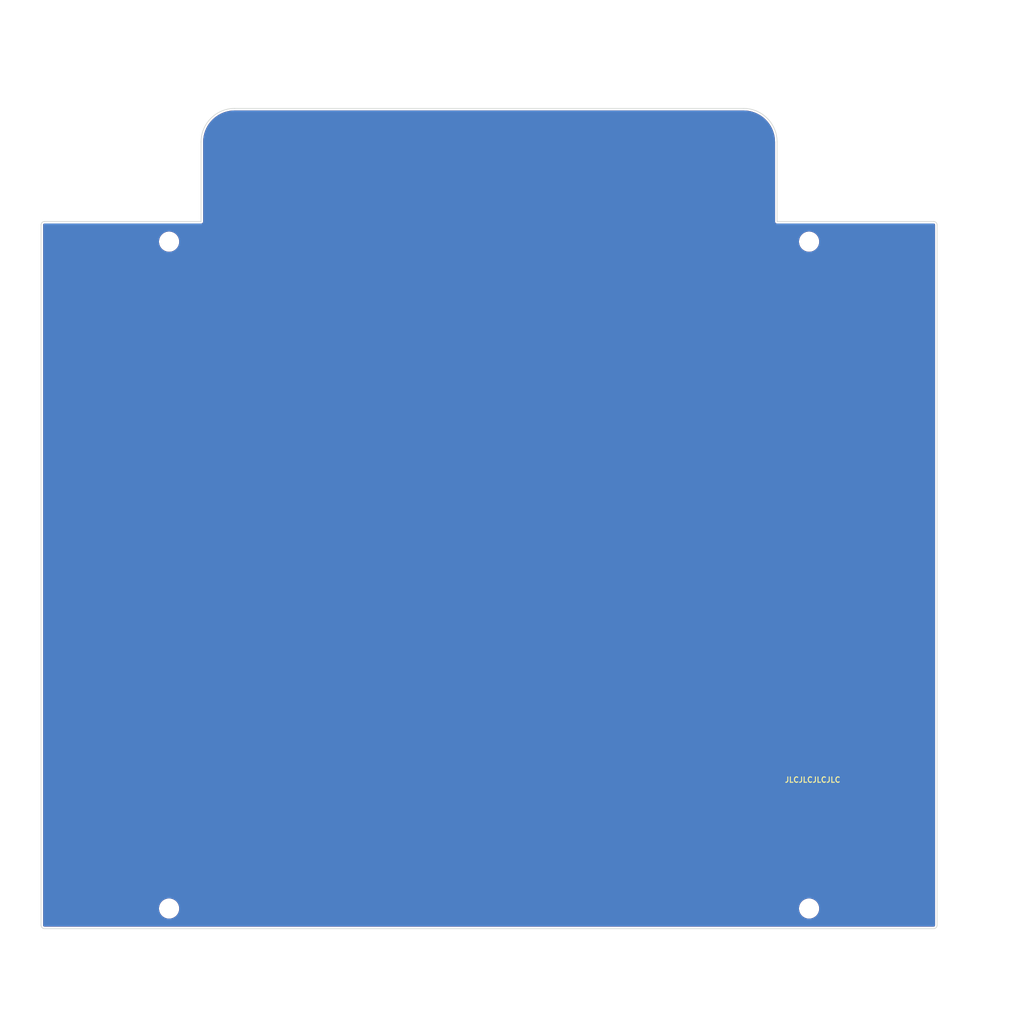
<source format=kicad_pcb>
(kicad_pcb (version 20240108) (generator "pcbnew") (generator_version "8.0")
  (title_block (title "X65 Rear") (date "2024-04-05") (rev "1.10") (company "Tweety's Wild Thinking") (comment 1 "Design: Markus Knutsson <markus.knutsson@tweety.se>") (comment 2 "Concept: Pedro Quaresma <pq@live.ie>") (comment 3 "https://github.com/TweetyDaBird") (comment 4 "Licensed under Creative Commons BY-SA 4.0 International"))
  (layers (0 "F.Cu" signal) (31 "B.Cu" signal) (34 "B.Paste" user) (35 "F.Paste" user) (36 "B.SilkS" user "B.Silkscreen") (37 "F.SilkS" user "F.Silkscreen") (38 "B.Mask" user) (39 "F.Mask" user) (44 "Edge.Cuts" user))
  (net 0 "")
  (footprint "Keyboard_Plate:Spacer Plate hole" (layer "F.Cu") (at 158.515 35.965)
    (property "Reference" "H3" (hide yes))
    (property "Value" "Spacer_PCB" (hide yes))
    (pad "" np_thru_hole circle (at 0 0) (size 2.5 2.5) (drill 2.5) (layers "*.Cu" "*.Mask"))
  )
  (footprint "Keyboard_Plate:Spacer Plate hole" (layer "F.Cu") (at 158.515 135.215)
    (property "Reference" "H4" (hide yes))
    (property "Value" "Spacer_PCB" (hide yes))
    (pad "" np_thru_hole circle (at 0 0) (size 2.5 2.5) (drill 2.5) (layers "*.Cu" "*.Mask"))
  )
  (footprint "Keyboard_Plate:Spacer Plate hole" (layer "F.Cu") (at 63.265 35.965)
    (property "Reference" "H1" (hide yes))
    (property "Value" "Spacer_PCB" (hide yes))
    (pad "" np_thru_hole circle (at 0 0) (size 2.5 2.5) (drill 2.5) (layers "*.Cu" "*.Mask"))
  )
  (footprint "Keyboard_Plate:Spacer Plate hole" (layer "F.Cu") (at 63.265 135.215)
    (property "Reference" "H2" (hide yes))
    (property "Value" "Spacer_PCB" (hide yes))
    (pad "" np_thru_hole circle (at 0 0) (size 2.5 2.5) (drill 2.5) (layers "*.Cu" "*.Mask"))
  )
  (gr_line (start 68.027511 21.135489) (end 68.0275 32.965) (stroke (width 0.1)) (layer "Edge.Cuts"))
  (gr_arc (start 44.715374 138.214975) (mid 44.361564 138.068401) (end 44.214975 137.714576) (stroke (width 0.1)) (layer "Edge.Cuts"))
  (gr_line (start 73.028 16.135) (end 148.751511 16.134511) (stroke (width 0.1)) (layer "Edge.Cuts"))
  (gr_arc (start 44.214975 33.465399) (mid 44.361573 33.11162) (end 44.715374 32.965) (stroke (width 0.1)) (layer "Edge.Cuts"))
  (gr_arc (start 177.565 137.714576) (mid 177.418445 138.068427) (end 177.064601 138.214975) (stroke (width 0.1)) (layer "Edge.Cuts"))
  (gr_line (start 68.0275 32.965) (end 44.715374 32.965) (stroke (width 0.1)) (layer "Edge.Cuts"))
  (gr_line (start 44.214975 33.465399) (end 44.214975 137.714576) (stroke (width 0.1)) (layer "Edge.Cuts"))
  (gr_line (start 177.565 137.714576) (end 177.564551 33.465) (stroke (width 0.1)) (layer "Edge.Cuts"))
  (gr_line (start 153.752 32.965) (end 177.064551 32.965) (stroke (width 0.1)) (layer "Edge.Cuts"))
  (gr_arc (start 68.027511 21.135489) (mid 69.492122 17.599611) (end 73.028 16.135) (stroke (width 0.1)) (layer "Edge.Cuts"))
  (gr_arc (start 148.751511 16.134511) (mid 152.287389 17.599122) (end 153.752 21.135) (stroke (width 0.1)) (layer "Edge.Cuts"))
  (gr_arc (start 177.064551 32.965) (mid 177.418071 33.111465) (end 177.564551 33.465) (stroke (width 0.1)) (layer "Edge.Cuts"))
  (gr_line (start 44.715374 138.214975) (end 177.064601 138.214975) (stroke (width 0.1)) (layer "Edge.Cuts"))
  (gr_line (start 153.752 21.135) (end 153.752 32.965) (stroke (width 0.1)) (layer "Edge.Cuts"))
  (gr_text "JLCJLCJLCJLC" (at 159.04 116.06 0) (layer "F.SilkS") (effects (font (size 0.8 0.8) (thickness 0.153))))
  (zone (net 0) (net_name "") (layers "F&B.Cu") (connect_pads (clearance 0.508)) (min_thickness 0.254) (fill yes (thermal_gap 0.508) (thermal_bridge_width 0.508))
    (polygon (pts (xy 190.5 152.4) (xy 38.1 152.4) (xy 38.1 0) (xy 190.5 0)))
  )
)
</source>
